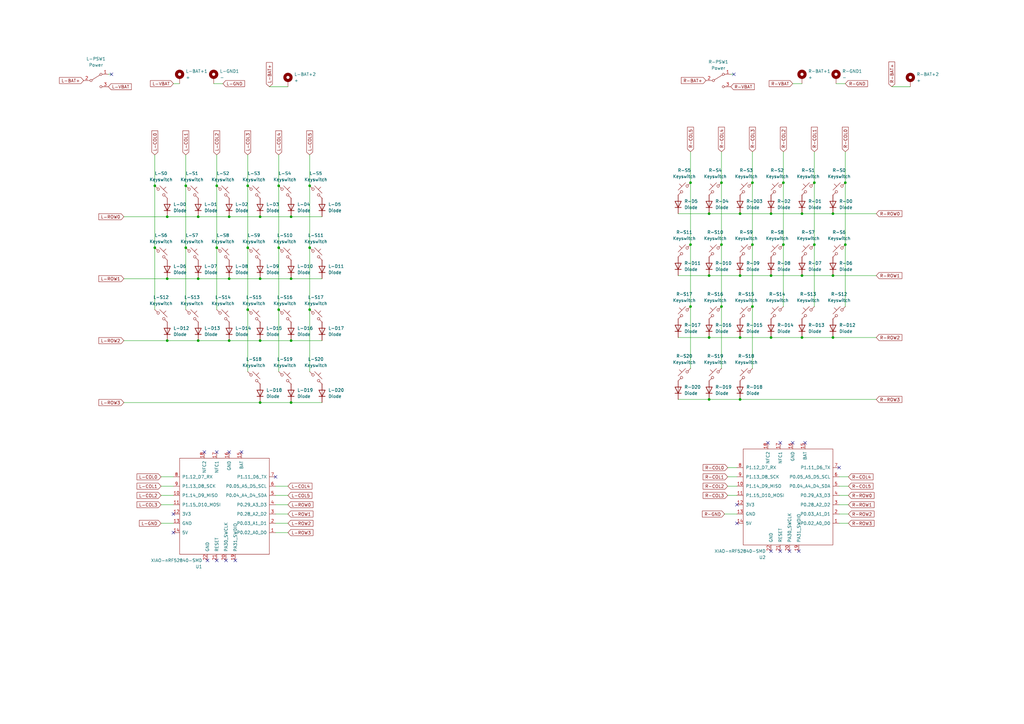
<source format=kicad_sch>
(kicad_sch (version 20250114) (generator "eeschema") (generator_version "9.0")
  (paper "A3")
  (junction (at 308.61 100.33))
  (junction (at 346.71 100.33))
  (junction (at 88.9 101.6))
  (junction (at 308.61 74.93))
  (junction (at 88.9 76.2))
  (junction (at 127 127))
  (junction (at 328.93 113.03))
  (junction (at 106.68 114.3))
  (junction (at 283.21 100.33))
  (junction (at 68.58 88.9))
  (junction (at 334.01 100.33))
  (junction (at 127 101.6))
  (junction (at 68.58 139.7))
  (junction (at 81.28 139.7))
  (junction (at 308.61 125.73))
  (junction (at 321.31 74.93))
  (junction (at 106.68 88.9))
  (junction (at 303.53 138.43))
  (junction (at 63.5 76.2))
  (junction (at 295.91 100.33))
  (junction (at 283.21 125.73))
  (junction (at 93.98 88.9))
  (junction (at 341.63 138.43))
  (junction (at 290.83 113.03))
  (junction (at 93.98 139.7))
  (junction (at 127 76.2))
  (junction (at 295.91 74.93))
  (junction (at 119.38 165.1))
  (junction (at 114.3 127))
  (junction (at 81.28 88.9))
  (junction (at 290.83 138.43))
  (junction (at 321.31 100.33))
  (junction (at 290.83 87.63))
  (junction (at 316.23 87.63))
  (junction (at 106.68 139.7))
  (junction (at 290.83 163.83))
  (junction (at 119.38 139.7))
  (junction (at 68.58 114.3))
  (junction (at 334.01 74.93))
  (junction (at 303.53 163.83))
  (junction (at 346.71 74.93))
  (junction (at 76.2 101.6))
  (junction (at 114.3 101.6))
  (junction (at 303.53 113.03))
  (junction (at 119.38 114.3))
  (junction (at 101.6 101.6))
  (junction (at 316.23 138.43))
  (junction (at 93.98 114.3))
  (junction (at 341.63 87.63))
  (junction (at 283.21 74.93))
  (junction (at 81.28 114.3))
  (junction (at 328.93 87.63))
  (junction (at 328.93 138.43))
  (junction (at 63.5 101.6))
  (junction (at 106.68 165.1))
  (junction (at 101.6 76.2))
  (junction (at 119.38 88.9))
  (junction (at 114.3 76.2))
  (junction (at 341.63 113.03))
  (junction (at 295.91 125.73))
  (junction (at 316.23 113.03))
  (junction (at 101.6 127))
  (junction (at 303.53 87.63))
  (junction (at 76.2 76.2))
  (no_connect (at 88.9 229.87))
  (no_connect (at 71.12 210.82))
  (no_connect (at 96.52 229.87))
  (no_connect (at 92.71 229.87))
  (no_connect (at 99.06 185.42))
  (no_connect (at 88.9 185.42))
  (no_connect (at 316.23 226.06))
  (no_connect (at 113.03 195.58))
  (no_connect (at 320.04 226.06))
  (no_connect (at 302.26 207.01))
  (no_connect (at 344.17 191.77))
  (no_connect (at 330.2 181.61))
  (no_connect (at 314.96 181.61))
  (no_connect (at 323.85 226.06))
  (no_connect (at 71.12 218.44))
  (no_connect (at 83.82 185.42))
  (no_connect (at 300.99 30.48))
  (no_connect (at 327.66 226.06))
  (no_connect (at 45.72 30.48))
  (no_connect (at 93.98 185.42))
  (no_connect (at 85.09 229.87))
  (no_connect (at 302.26 214.63))
  (no_connect (at 320.04 181.61))
  (no_connect (at 325.12 181.61))
  (wire (pts (xy 76.2 76.2) (xy 76.2 101.6)))
  (wire (pts (xy 359.41 163.83) (xy 303.53 163.83)))
  (wire (pts (xy 290.83 113.03) (xy 278.13 113.03)))
  (wire (pts (xy 290.83 138.43) (xy 278.13 138.43)))
  (wire (pts (xy 50.8 88.9) (xy 68.58 88.9)))
  (wire (pts (xy 63.5 76.2) (xy 63.5 101.6)))
  (wire (pts (xy 106.68 165.1) (xy 119.38 165.1)))
  (wire (pts (xy 365.76 35.56) (xy 373.38 35.56)))
  (wire (pts (xy 321.31 74.93) (xy 321.31 100.33)))
  (wire (pts (xy 341.63 138.43) (xy 328.93 138.43)))
  (wire (pts (xy 106.68 114.3) (xy 119.38 114.3)))
  (wire (pts (xy 91.44 34.29) (xy 87.63 34.29)))
  (wire (pts (xy 88.9 101.6) (xy 88.9 127)))
  (wire (pts (xy 295.91 74.93) (xy 295.91 100.33)))
  (wire (pts (xy 118.11 214.63) (xy 113.03 214.63)))
  (wire (pts (xy 298.45 195.58) (xy 302.26 195.58)))
  (wire (pts (xy 308.61 74.93) (xy 308.61 100.33)))
  (wire (pts (xy 283.21 74.93) (xy 283.21 100.33)))
  (wire (pts (xy 316.23 138.43) (xy 303.53 138.43)))
  (wire (pts (xy 283.21 100.33) (xy 283.21 125.73)))
  (wire (pts (xy 68.58 114.3) (xy 81.28 114.3)))
  (wire (pts (xy 303.53 163.83) (xy 290.83 163.83)))
  (wire (pts (xy 303.53 87.63) (xy 290.83 87.63)))
  (wire (pts (xy 45.72 30.48) (xy 44.45 30.48)))
  (wire (pts (xy 295.91 62.23) (xy 295.91 74.93)))
  (wire (pts (xy 290.83 163.83) (xy 278.13 163.83)))
  (wire (pts (xy 118.11 207.01) (xy 113.03 207.01)))
  (wire (pts (xy 298.45 191.77) (xy 302.26 191.77)))
  (wire (pts (xy 127 127) (xy 127 152.4)))
  (wire (pts (xy 347.98 195.58) (xy 344.17 195.58)))
  (wire (pts (xy 308.61 100.33) (xy 308.61 125.73)))
  (wire (pts (xy 50.8 139.7) (xy 68.58 139.7)))
  (wire (pts (xy 346.71 100.33) (xy 346.71 125.73)))
  (wire (pts (xy 346.71 62.23) (xy 346.71 74.93)))
  (wire (pts (xy 66.04 195.58) (xy 71.12 195.58)))
  (wire (pts (xy 298.45 199.39) (xy 302.26 199.39)))
  (wire (pts (xy 295.91 125.73) (xy 295.91 151.13)))
  (wire (pts (xy 114.3 76.2) (xy 114.3 101.6)))
  (wire (pts (xy 308.61 125.73) (xy 308.61 151.13)))
  (wire (pts (xy 341.63 87.63) (xy 328.93 87.63)))
  (wire (pts (xy 347.98 199.39) (xy 344.17 199.39)))
  (wire (pts (xy 119.38 114.3) (xy 132.08 114.3)))
  (wire (pts (xy 106.68 139.7) (xy 119.38 139.7)))
  (wire (pts (xy 127 76.2) (xy 127 101.6)))
  (wire (pts (xy 359.41 87.63) (xy 341.63 87.63)))
  (wire (pts (xy 50.8 165.1) (xy 106.68 165.1)))
  (wire (pts (xy 93.98 139.7) (xy 106.68 139.7)))
  (wire (pts (xy 328.93 138.43) (xy 316.23 138.43)))
  (wire (pts (xy 347.98 214.63) (xy 344.17 214.63)))
  (wire (pts (xy 114.3 63.5) (xy 114.3 76.2)))
  (wire (pts (xy 63.5 63.5) (xy 63.5 76.2)))
  (wire (pts (xy 334.01 62.23) (xy 334.01 74.93)))
  (wire (pts (xy 334.01 100.33) (xy 334.01 125.73)))
  (wire (pts (xy 66.04 199.39) (xy 71.12 199.39)))
  (wire (pts (xy 316.23 113.03) (xy 303.53 113.03)))
  (wire (pts (xy 283.21 62.23) (xy 283.21 74.93)))
  (wire (pts (xy 346.71 34.29) (xy 342.9 34.29)))
  (wire (pts (xy 110.49 35.56) (xy 118.11 35.56)))
  (wire (pts (xy 118.11 203.2) (xy 113.03 203.2)))
  (wire (pts (xy 359.41 138.43) (xy 341.63 138.43)))
  (wire (pts (xy 325.12 34.29) (xy 328.93 34.29)))
  (wire (pts (xy 101.6 63.5) (xy 101.6 76.2)))
  (wire (pts (xy 328.93 87.63) (xy 316.23 87.63)))
  (wire (pts (xy 106.68 88.9) (xy 119.38 88.9)))
  (wire (pts (xy 66.04 207.01) (xy 71.12 207.01)))
  (wire (pts (xy 50.8 114.3) (xy 68.58 114.3)))
  (wire (pts (xy 346.71 74.93) (xy 346.71 100.33)))
  (wire (pts (xy 93.98 114.3) (xy 106.68 114.3)))
  (wire (pts (xy 347.98 203.2) (xy 344.17 203.2)))
  (wire (pts (xy 66.04 214.63) (xy 71.12 214.63)))
  (wire (pts (xy 295.91 100.33) (xy 295.91 125.73)))
  (wire (pts (xy 334.01 74.93) (xy 334.01 100.33)))
  (wire (pts (xy 81.28 88.9) (xy 93.98 88.9)))
  (wire (pts (xy 71.12 34.29) (xy 73.66 34.29)))
  (wire (pts (xy 66.04 203.2) (xy 71.12 203.2)))
  (wire (pts (xy 88.9 63.5) (xy 88.9 76.2)))
  (wire (pts (xy 321.31 100.33) (xy 321.31 125.73)))
  (wire (pts (xy 347.98 207.01) (xy 344.17 207.01)))
  (wire (pts (xy 300.99 30.48) (xy 299.72 30.48)))
  (wire (pts (xy 290.83 87.63) (xy 278.13 87.63)))
  (wire (pts (xy 101.6 76.2) (xy 101.6 101.6)))
  (wire (pts (xy 114.3 127) (xy 114.3 152.4)))
  (wire (pts (xy 127 63.5) (xy 127 76.2)))
  (wire (pts (xy 119.38 88.9) (xy 132.08 88.9)))
  (wire (pts (xy 88.9 76.2) (xy 88.9 101.6)))
  (wire (pts (xy 127 101.6) (xy 127 127)))
  (wire (pts (xy 308.61 62.23) (xy 308.61 74.93)))
  (wire (pts (xy 81.28 114.3) (xy 93.98 114.3)))
  (wire (pts (xy 321.31 62.23) (xy 321.31 74.93)))
  (wire (pts (xy 63.5 101.6) (xy 63.5 127)))
  (wire (pts (xy 118.11 199.39) (xy 113.03 199.39)))
  (wire (pts (xy 297.18 210.82) (xy 302.26 210.82)))
  (wire (pts (xy 328.93 113.03) (xy 316.23 113.03)))
  (wire (pts (xy 341.63 113.03) (xy 328.93 113.03)))
  (wire (pts (xy 119.38 139.7) (xy 132.08 139.7)))
  (wire (pts (xy 114.3 101.6) (xy 114.3 127)))
  (wire (pts (xy 118.11 210.82) (xy 113.03 210.82)))
  (wire (pts (xy 303.53 138.43) (xy 290.83 138.43)))
  (wire (pts (xy 101.6 127) (xy 101.6 152.4)))
  (wire (pts (xy 76.2 63.5) (xy 76.2 76.2)))
  (wire (pts (xy 298.45 203.2) (xy 302.26 203.2)))
  (wire (pts (xy 101.6 101.6) (xy 101.6 127)))
  (wire (pts (xy 316.23 87.63) (xy 303.53 87.63)))
  (wire (pts (xy 68.58 139.7) (xy 81.28 139.7)))
  (wire (pts (xy 347.98 210.82) (xy 344.17 210.82)))
  (wire (pts (xy 93.98 88.9) (xy 106.68 88.9)))
  (wire (pts (xy 119.38 165.1) (xy 132.08 165.1)))
  (wire (pts (xy 76.2 101.6) (xy 76.2 127)))
  (wire (pts (xy 81.28 139.7) (xy 93.98 139.7)))
  (wire (pts (xy 359.41 113.03) (xy 341.63 113.03)))
  (wire (pts (xy 118.11 218.44) (xy 113.03 218.44)))
  (wire (pts (xy 68.58 88.9) (xy 81.28 88.9)))
  (wire (pts (xy 303.53 113.03) (xy 290.83 113.03)))
  (wire (pts (xy 283.21 125.73) (xy 283.21 151.13)))
  (global_label "L-ROW0" (shape input) (at 118.11 207.01 0) (property "Intersheetrefs" "${INTERSHEET_REFS}" (effects (hide yes))))
  (global_label "L-ROW0" (shape input) (at 50.8 88.9 180) (property "Intersheetrefs" "${INTERSHEET_REFS}" (effects (hide yes))))
  (global_label "R-ROW3" (shape input) (at 359.41 163.83 0) (property "Intersheetrefs" "${INTERSHEET_REFS}" (effects (hide yes))))
  (global_label "R-COL2" (shape input) (at 298.45 199.39 180) (property "Intersheetrefs" "${INTERSHEET_REFS}" (effects (hide yes))))
  (global_label "L-ROW2" (shape input) (at 118.11 214.63 0) (property "Intersheetrefs" "${INTERSHEET_REFS}" (effects (hide yes))))
  (global_label "R-GND" (shape input) (at 346.71 34.29 0) (property "Intersheetrefs" "${INTERSHEET_REFS}" (effects (hide yes))))
  (global_label "R-ROW1" (shape input) (at 359.41 113.03 0) (property "Intersheetrefs" "${INTERSHEET_REFS}" (effects (hide yes))))
  (global_label "R-COL5" (shape input) (at 283.21 62.23 90) (property "Intersheetrefs" "${INTERSHEET_REFS}" (effects (hide yes))))
  (global_label "L-GND" (shape input) (at 91.44 34.29 0) (property "Intersheetrefs" "${INTERSHEET_REFS}" (effects (hide yes))))
  (global_label "L-COL0" (shape input) (at 63.5 63.5 90) (property "Intersheetrefs" "${INTERSHEET_REFS}" (effects (hide yes))))
  (global_label "L-COL5" (shape input) (at 127 63.5 90) (property "Intersheetrefs" "${INTERSHEET_REFS}" (effects (hide yes))))
  (global_label "R-VBAT" (shape input) (at 325.12 34.29 180) (property "Intersheetrefs" "${INTERSHEET_REFS}" (effects (hide yes))))
  (global_label "R-VBAT" (shape input) (at 299.72 35.56 0) (property "Intersheetrefs" "${INTERSHEET_REFS}" (effects (hide yes))))
  (global_label "L-COL2" (shape input) (at 88.9 63.5 90) (property "Intersheetrefs" "${INTERSHEET_REFS}" (effects (hide yes))))
  (global_label "R-ROW0" (shape input) (at 347.98 203.2 0) (property "Intersheetrefs" "${INTERSHEET_REFS}" (effects (hide yes))))
  (global_label "L-ROW3" (shape input) (at 118.11 218.44 0) (property "Intersheetrefs" "${INTERSHEET_REFS}" (effects (hide yes))))
  (global_label "R-COL2" (shape input) (at 321.31 62.23 90) (property "Intersheetrefs" "${INTERSHEET_REFS}" (effects (hide yes))))
  (global_label "L-COL2" (shape input) (at 66.04 203.2 180) (property "Intersheetrefs" "${INTERSHEET_REFS}" (effects (hide yes))))
  (global_label "L-BAT+" (shape input) (at 110.49 35.56 90) (property "Intersheetrefs" "${INTERSHEET_REFS}" (effects (hide yes))))
  (global_label "R-COL3" (shape input) (at 298.45 203.2 180) (property "Intersheetrefs" "${INTERSHEET_REFS}" (effects (hide yes))))
  (global_label "L-GND" (shape input) (at 66.04 214.63 180) (property "Intersheetrefs" "${INTERSHEET_REFS}" (effects (hide yes))))
  (global_label "L-COL1" (shape input) (at 76.2 63.5 90) (property "Intersheetrefs" "${INTERSHEET_REFS}" (effects (hide yes))))
  (global_label "L-ROW1" (shape input) (at 118.11 210.82 0) (property "Intersheetrefs" "${INTERSHEET_REFS}" (effects (hide yes))))
  (global_label "L-COL5" (shape input) (at 118.11 203.2 0) (property "Intersheetrefs" "${INTERSHEET_REFS}" (effects (hide yes))))
  (global_label "R-COL0" (shape input) (at 298.45 191.77 180) (property "Intersheetrefs" "${INTERSHEET_REFS}" (effects (hide yes))))
  (global_label "L-COL0" (shape input) (at 66.04 195.58 180) (property "Intersheetrefs" "${INTERSHEET_REFS}" (effects (hide yes))))
  (global_label "R-COL3" (shape input) (at 308.61 62.23 90) (property "Intersheetrefs" "${INTERSHEET_REFS}" (effects (hide yes))))
  (global_label "L-COL4" (shape input) (at 114.3 63.5 90) (property "Intersheetrefs" "${INTERSHEET_REFS}" (effects (hide yes))))
  (global_label "L-COL3" (shape input) (at 101.6 63.5 90) (property "Intersheetrefs" "${INTERSHEET_REFS}" (effects (hide yes))))
  (global_label "R-ROW0" (shape input) (at 359.41 87.63 0) (property "Intersheetrefs" "${INTERSHEET_REFS}" (effects (hide yes))))
  (global_label "R-COL1" (shape input) (at 334.01 62.23 90) (property "Intersheetrefs" "${INTERSHEET_REFS}" (effects (hide yes))))
  (global_label "R-ROW2" (shape input) (at 347.98 210.82 0) (property "Intersheetrefs" "${INTERSHEET_REFS}" (effects (hide yes))))
  (global_label "R-BAT+" (shape input) (at 289.56 33.02 180) (property "Intersheetrefs" "${INTERSHEET_REFS}" (effects (hide yes))))
  (global_label "L-ROW1" (shape input) (at 50.8 114.3 180) (property "Intersheetrefs" "${INTERSHEET_REFS}" (effects (hide yes))))
  (global_label "R-COL5" (shape input) (at 347.98 199.39 0) (property "Intersheetrefs" "${INTERSHEET_REFS}" (effects (hide yes))))
  (global_label "R-GND" (shape input) (at 297.18 210.82 180) (property "Intersheetrefs" "${INTERSHEET_REFS}" (effects (hide yes))))
  (global_label "L-VBAT" (shape input) (at 71.12 34.29 180) (property "Intersheetrefs" "${INTERSHEET_REFS}" (effects (hide yes))))
  (global_label "R-COL1" (shape input) (at 298.45 195.58 180) (property "Intersheetrefs" "${INTERSHEET_REFS}" (effects (hide yes))))
  (global_label "L-COL4" (shape input) (at 118.11 199.39 0) (property "Intersheetrefs" "${INTERSHEET_REFS}" (effects (hide yes))))
  (global_label "R-ROW2" (shape input) (at 359.41 138.43 0) (property "Intersheetrefs" "${INTERSHEET_REFS}" (effects (hide yes))))
  (global_label "L-ROW2" (shape input) (at 50.8 139.7 180) (property "Intersheetrefs" "${INTERSHEET_REFS}" (effects (hide yes))))
  (global_label "R-BAT+" (shape input) (at 365.76 35.56 90) (property "Intersheetrefs" "${INTERSHEET_REFS}" (effects (hide yes))))
  (global_label "L-COL3" (shape input) (at 66.04 207.01 180) (property "Intersheetrefs" "${INTERSHEET_REFS}" (effects (hide yes))))
  (global_label "R-ROW3" (shape input) (at 347.98 214.63 0) (property "Intersheetrefs" "${INTERSHEET_REFS}" (effects (hide yes))))
  (global_label "L-COL1" (shape input) (at 66.04 199.39 180) (property "Intersheetrefs" "${INTERSHEET_REFS}" (effects (hide yes))))
  (global_label "R-COL4" (shape input) (at 347.98 195.58 0) (property "Intersheetrefs" "${INTERSHEET_REFS}" (effects (hide yes))))
  (global_label "L-ROW3" (shape input) (at 50.8 165.1 180) (property "Intersheetrefs" "${INTERSHEET_REFS}" (effects (hide yes))))
  (global_label "L-BAT+" (shape input) (at 34.29 33.02 180) (property "Intersheetrefs" "${INTERSHEET_REFS}" (effects (hide yes))))
  (global_label "R-COL4" (shape input) (at 295.91 62.23 90) (property "Intersheetrefs" "${INTERSHEET_REFS}" (effects (hide yes))))
  (global_label "L-VBAT" (shape input) (at 44.45 35.56 0) (property "Intersheetrefs" "${INTERSHEET_REFS}" (effects (hide yes))))
  (global_label "R-ROW1" (shape input) (at 347.98 207.01 0) (property "Intersheetrefs" "${INTERSHEET_REFS}" (effects (hide yes))))
  (global_label "R-COL0" (shape input) (at 346.71 62.23 90) (property "Intersheetrefs" "${INTERSHEET_REFS}" (effects (hide yes))))
  (symbol (lib_id "NIOKR_symbols:Placeholder_Keyswitch") (at 344.17 128.27 0) (mirror y) (unit 1)
    (property "Reference" "R-S12" (at 344.17 120.65 0))
    (property "Value" "Keyswitch" (at 344.17 123.19 0))
    (property "Footprint" "NII:keyswitch_choc12" (effects (hide yes)))
    (property "Description" "Push button switch, normally open, two pins, 45° tilted" (effects (hide yes)))
  )
  (symbol (lib_id "NIOKR_symbols:Placeholder_Keyswitch") (at 129.54 129.54 0) (unit 1)
    (property "Reference" "L-S17" (at 129.54 121.92 0))
    (property "Value" "Keyswitch" (at 129.54 124.46 0))
    (property "Footprint" "NII:keyswitch_choc12" (effects (hide yes)))
    (property "Description" "Push button switch, normally open, two pins, 45° tilted" (effects (hide yes)))
  )
  (symbol (lib_id "NIOKR_symbols:Placeholder_Keyswitch") (at 91.44 78.74 0) (unit 1)
    (property "Reference" "L-S2" (at 91.44 71.12 0))
    (property "Value" "Keyswitch" (at 91.44 73.66 0))
    (property "Footprint" "NII:keyswitch_choc12" (effects (hide yes)))
    (property "Description" "Push button switch, normally open, two pins, 45° tilted" (effects (hide yes)))
  )
  (symbol (lib_id "NIOKR_symbols:Placeholder_Keyswitch") (at 280.67 102.87 0) (mirror y) (unit 1)
    (property "Reference" "R-S11" (at 280.67 95.25 0))
    (property "Value" "Keyswitch" (at 280.67 97.79 0))
    (property "Footprint" "NII:keyswitch_choc12" (effects (hide yes)))
    (property "Description" "Push button switch, normally open, two pins, 45° tilted" (effects (hide yes)))
  )
  (symbol (lib_id "NIOKR_symbols:Placeholder_Diode") (at 303.53 160.02 270) (mirror x) (unit 1)
    (property "Reference" "R-D18" (at 306.07 158.7499 90) (effects (justify left)))
    (property "Value" "Diode" (at 306.07 161.2899 90) (effects (justify left)))
    (property "Footprint" "NII:Diode_SOD123" (effects (hide yes)))
    (property "Description" "1N4148 (DO-35) or 1N4148W (SOD-123)" (effects (hide yes)))
    (property "Sim.Device" "D" (effects (hide yes)))
    (property "Sim.Pins" "1=K 2=A" (effects (hide yes)))
  )
  (symbol (lib_id "NIOKR_symbols:Placeholder_Keyswitch") (at 116.84 104.14 0) (unit 1)
    (property "Reference" "L-S10" (at 116.84 96.52 0))
    (property "Value" "Keyswitch" (at 116.84 99.06 0))
    (property "Footprint" "NII:keyswitch_choc12" (effects (hide yes)))
    (property "Description" "Push button switch, normally open, two pins, 45° tilted" (effects (hide yes)))
  )
  (symbol (lib_id "NIOKR_symbols:Placeholder_Diode") (at 341.63 109.22 270) (mirror x) (unit 1)
    (property "Reference" "R-D6" (at 344.17 107.9499 90) (effects (justify left)))
    (property "Value" "Diode" (at 344.17 110.4899 90) (effects (justify left)))
    (property "Footprint" "NII:Diode_SOD123" (effects (hide yes)))
    (property "Description" "1N4148 (DO-35) or 1N4148W (SOD-123)" (effects (hide yes)))
    (property "Sim.Device" "D" (effects (hide yes)))
    (property "Sim.Pins" "1=K 2=A" (effects (hide yes)))
  )
  (symbol (lib_id "NIOKR_symbols:Placeholder_Diode") (at 303.53 109.22 270) (mirror x) (unit 1)
    (property "Reference" "R-D9" (at 306.07 107.9499 90) (effects (justify left)))
    (property "Value" "Diode" (at 306.07 110.4899 90) (effects (justify left)))
    (property "Footprint" "NII:Diode_SOD123" (effects (hide yes)))
    (property "Description" "1N4148 (DO-35) or 1N4148W (SOD-123)" (effects (hide yes)))
    (property "Sim.Device" "D" (effects (hide yes)))
    (property "Sim.Pins" "1=K 2=A" (effects (hide yes)))
  )
  (symbol (lib_id "Switch:SW_SPDT") (at 39.37 33.02 0) (unit 1)
    (property "Reference" "L-PSW1" (at 39.37 24.13 0))
    (property "Value" "Power" (at 39.37 26.67 0))
    (property "Footprint" "NII:MSK12C02" (effects (hide yes)))
    (property "Description" "Switch, single pole double throw" (effects (hide yes)))
  )
  (symbol (lib_id "NIOKR_symbols:Placeholder_Diode") (at 290.83 109.22 270) (mirror x) (unit 1)
    (property "Reference" "R-D10" (at 293.37 107.9499 90) (effects (justify left)))
    (property "Value" "Diode" (at 293.37 110.4899 90) (effects (justify left)))
    (property "Footprint" "NII:Diode_SOD123" (effects (hide yes)))
    (property "Description" "1N4148 (DO-35) or 1N4148W (SOD-123)" (effects (hide yes)))
    (property "Sim.Device" "D" (effects (hide yes)))
    (property "Sim.Pins" "1=K 2=A" (effects (hide yes)))
  )
  (symbol (lib_id "NIOKR_symbols:Placeholder_Keyswitch") (at 104.14 129.54 0) (unit 1)
    (property "Reference" "L-S15" (at 104.14 121.92 0))
    (property "Value" "Keyswitch" (at 104.14 124.46 0))
    (property "Footprint" "NII:keyswitch_choc12" (effects (hide yes)))
    (property "Description" "Push button switch, normally open, two pins, 45° tilted" (effects (hide yes)))
  )
  (symbol (lib_id "NIOKR_symbols:Placeholder_Diode") (at 303.53 83.82 270) (mirror x) (unit 1)
    (property "Reference" "R-D03" (at 306.07 82.5499 90) (effects (justify left)))
    (property "Value" "Diode" (at 306.07 85.0899 90) (effects (justify left)))
    (property "Footprint" "NII:Diode_SOD123" (effects (hide yes)))
    (property "Description" "1N4148 (DO-35) or 1N4148W (SOD-123)" (effects (hide yes)))
    (property "Sim.Device" "D" (effects (hide yes)))
    (property "Sim.Pins" "1=K 2=A" (effects (hide yes)))
  )
  (symbol (lib_id "NIOKR_symbols:Placeholder_Diode") (at 68.58 85.09 90) (unit 1)
    (property "Reference" "L-D0" (at 71.12 83.8199 90) (effects (justify right)))
    (property "Value" "Diode" (at 71.12 86.3599 90) (effects (justify right)))
    (property "Footprint" "NII:Diode_SOD123" (effects (hide yes)))
    (property "Description" "1N4148 (DO-35) or 1N4148W (SOD-123)" (effects (hide yes)))
    (property "Sim.Device" "D" (effects (hide yes)))
    (property "Sim.Pins" "1=K 2=A" (effects (hide yes)))
  )
  (symbol (lib_id "Switch:SW_SPDT") (at 294.64 33.02 0) (unit 1)
    (property "Reference" "R-PSW1" (at 294.64 25.4 0))
    (property "Value" "Power" (at 294.64 27.94 0))
    (property "Footprint" "NII:MSK12C02" (effects (hide yes)))
    (property "Description" "Switch, single pole double throw" (effects (hide yes)))
  )
  (symbol (lib_id "NIOKR_symbols:Placeholder_Keyswitch") (at 129.54 154.94 0) (unit 1)
    (property "Reference" "L-S20" (at 129.54 147.32 0))
    (property "Value" "Keyswitch" (at 129.54 149.86 0))
    (property "Footprint" "NII:keyswitch_choc12" (effects (hide yes)))
    (property "Description" "Push button switch, normally open, two pins, 45° tilted" (effects (hide yes)))
  )
  (symbol (lib_id "NIOKR_symbols:Placeholder_Diode") (at 68.58 135.89 90) (unit 1)
    (property "Reference" "L-D12" (at 71.12 134.6199 90) (effects (justify right)))
    (property "Value" "Diode" (at 71.12 137.1599 90) (effects (justify right)))
    (property "Footprint" "NII:Diode_SOD123" (effects (hide yes)))
    (property "Description" "1N4148 (DO-35) or 1N4148W (SOD-123)" (effects (hide yes)))
    (property "Sim.Device" "D" (effects (hide yes)))
    (property "Sim.Pins" "1=K 2=A" (effects (hide yes)))
  )
  (symbol (lib_id "NIOKR_symbols:Placeholder_Diode") (at 278.13 134.62 270) (mirror x) (unit 1)
    (property "Reference" "R-D17" (at 280.67 133.3499 90) (effects (justify left)))
    (property "Value" "Diode" (at 280.67 135.8899 90) (effects (justify left)))
    (property "Footprint" "NII:Diode_SOD123" (effects (hide yes)))
    (property "Description" "1N4148 (DO-35) or 1N4148W (SOD-123)" (effects (hide yes)))
    (property "Sim.Device" "D" (effects (hide yes)))
    (property "Sim.Pins" "1=K 2=A" (effects (hide yes)))
  )
  (symbol (lib_id "NIOKR_symbols:Placeholder_Keyswitch") (at 318.77 102.87 0) (mirror y) (unit 1)
    (property "Reference" "R-S8" (at 318.77 95.25 0))
    (property "Value" "Keyswitch" (at 318.77 97.79 0))
    (property "Footprint" "NII:keyswitch_choc12" (effects (hide yes)))
    (property "Description" "Push button switch, normally open, two pins, 45° tilted" (effects (hide yes)))
  )
  (symbol (lib_id "NIOKR_symbols:Placeholder_Keyswitch") (at 344.17 77.47 0) (mirror y) (unit 1)
    (property "Reference" "R-S0" (at 344.17 69.85 0))
    (property "Value" "Keyswitch" (at 344.17 72.39 0))
    (property "Footprint" "NII:keyswitch_choc12" (effects (hide yes)))
    (property "Description" "Push button switch, normally open, two pins, 45° tilted" (effects (hide yes)))
  )
  (symbol (lib_id "NIOKR_symbols:Placeholder_Diode") (at 119.38 161.29 90) (unit 1)
    (property "Reference" "L-D19" (at 121.92 160.0199 90) (effects (justify right)))
    (property "Value" "Diode" (at 121.92 162.5599 90) (effects (justify right)))
    (property "Footprint" "NII:Diode_SOD123" (effects (hide yes)))
    (property "Description" "1N4148 (DO-35) or 1N4148W (SOD-123)" (effects (hide yes)))
    (property "Sim.Device" "D" (effects (hide yes)))
    (property "Sim.Pins" "1=K 2=A" (effects (hide yes)))
  )
  (symbol (lib_id "NIOKR_symbols:Placeholder_Keyswitch") (at 116.84 78.74 0) (unit 1)
    (property "Reference" "L-S4" (at 116.84 71.12 0))
    (property "Value" "Keyswitch" (at 116.84 73.66 0))
    (property "Footprint" "NII:keyswitch_choc12" (effects (hide yes)))
    (property "Description" "Push button switch, normally open, two pins, 45° tilted" (effects (hide yes)))
  )
  (symbol (lib_id "NIOKR_symbols:Placeholder_Diode") (at 119.38 135.89 90) (unit 1)
    (property "Reference" "L-D16" (at 121.92 134.6199 90) (effects (justify right)))
    (property "Value" "Diode" (at 121.92 137.1599 90) (effects (justify right)))
    (property "Footprint" "NII:Diode_SOD123" (effects (hide yes)))
    (property "Description" "1N4148 (DO-35) or 1N4148W (SOD-123)" (effects (hide yes)))
    (property "Sim.Device" "D" (effects (hide yes)))
    (property "Sim.Pins" "1=K 2=A" (effects (hide yes)))
  )
  (symbol (lib_id "NIOKR_symbols:Placeholder_Keyswitch") (at 280.67 77.47 0) (mirror y) (unit 1)
    (property "Reference" "R-S5" (at 280.67 69.85 0))
    (property "Value" "Keyswitch" (at 280.67 72.39 0))
    (property "Footprint" "NII:keyswitch_choc12" (effects (hide yes)))
    (property "Description" "Push button switch, normally open, two pins, 45° tilted" (effects (hide yes)))
  )
  (symbol (lib_id "NIOKR_symbols:Placeholder_Keyswitch") (at 280.67 153.67 0) (mirror y) (unit 1)
    (property "Reference" "R-S20" (at 280.67 146.05 0))
    (property "Value" "Keyswitch" (at 280.67 148.59 0))
    (property "Footprint" "NII:keyswitch_choc12" (effects (hide yes)))
    (property "Description" "Push button switch, normally open, two pins, 45° tilted" (effects (hide yes)))
  )
  (symbol (lib_id "NIOKR_symbols:Placeholder_Diode") (at 106.68 161.29 90) (unit 1)
    (property "Reference" "L-D18" (at 109.22 160.0199 90) (effects (justify right)))
    (property "Value" "Diode" (at 109.22 162.5599 90) (effects (justify right)))
    (property "Footprint" "NII:Diode_SOD123" (effects (hide yes)))
    (property "Description" "1N4148 (DO-35) or 1N4148W (SOD-123)" (effects (hide yes)))
    (property "Sim.Device" "D" (effects (hide yes)))
    (property "Sim.Pins" "1=K 2=A" (effects (hide yes)))
  )
  (symbol (lib_id "NIOKR_symbols:Placeholder_Diode") (at 119.38 110.49 90) (unit 1)
    (property "Reference" "L-D10" (at 121.92 109.2199 90) (effects (justify right)))
    (property "Value" "Diode" (at 121.92 111.7599 90) (effects (justify right)))
    (property "Footprint" "NII:Diode_SOD123" (effects (hide yes)))
    (property "Description" "1N4148 (DO-35) or 1N4148W (SOD-123)" (effects (hide yes)))
    (property "Sim.Device" "D" (effects (hide yes)))
    (property "Sim.Pins" "1=K 2=A" (effects (hide yes)))
  )
  (symbol (lib_name "MountingHole_Pad_MP_1") (lib_id "Mechanical:MountingHole_Pad_MP") (at 118.11 33.02 0) (unit 1)
    (property "Reference" "L-BAT+2" (at 120.65 30.4799 0) (effects (justify left)))
    (property "Value" "+" (at 120.65 33.0199 0) (effects (justify left)))
    (property "Footprint" "NII:BatteryPad" (effects (hide yes)))
    (property "Description" "Mounting Hole with connection as pad named MP" (effects (hide yes)))
  )
  (symbol (lib_id "NIOKR_symbols:Placeholder_Diode") (at 316.23 83.82 270) (mirror x) (unit 1)
    (property "Reference" "R-D2" (at 318.77 82.5499 90) (effects (justify left)))
    (property "Value" "Diode" (at 318.77 85.0899 90) (effects (justify left)))
    (property "Footprint" "NII:Diode_SOD123" (effects (hide yes)))
    (property "Description" "1N4148 (DO-35) or 1N4148W (SOD-123)" (effects (hide yes)))
    (property "Sim.Device" "D" (effects (hide yes)))
    (property "Sim.Pins" "1=K 2=A" (effects (hide yes)))
  )
  (symbol (lib_id "NIOKR_symbols:Placeholder_Keyswitch") (at 116.84 129.54 0) (unit 1)
    (property "Reference" "L-S16" (at 116.84 121.92 0))
    (property "Value" "Keyswitch" (at 116.84 124.46 0))
    (property "Footprint" "NII:keyswitch_choc12" (effects (hide yes)))
    (property "Description" "Push button switch, normally open, two pins, 45° tilted" (effects (hide yes)))
  )
  (symbol (lib_id "NIOKR_symbols:Placeholder_Diode") (at 316.23 109.22 270) (mirror x) (unit 1)
    (property "Reference" "R-D8" (at 318.77 107.9499 90) (effects (justify left)))
    (property "Value" "Diode" (at 318.77 110.4899 90) (effects (justify left)))
    (property "Footprint" "NII:Diode_SOD123" (effects (hide yes)))
    (property "Description" "1N4148 (DO-35) or 1N4148W (SOD-123)" (effects (hide yes)))
    (property "Sim.Device" "D" (effects (hide yes)))
    (property "Sim.Pins" "1=K 2=A" (effects (hide yes)))
  )
  (symbol (lib_id "Mechanical:MountingHole_Pad_MP") (at 87.63 31.75 0) (unit 1)
    (property "Reference" "L-GND1" (at 90.17 29.2099 0) (effects (justify left)))
    (property "Value" "-" (at 90.17 31.7499 0) (effects (justify left)))
    (property "Footprint" "NII:BatteryPad" (effects (hide yes)))
    (property "Description" "Mounting Hole with connection as pad named MP" (effects (hide yes)))
  )
  (symbol (lib_id "NIOKR_symbols:Placeholder_Diode") (at 290.83 83.82 270) (mirror x) (unit 1)
    (property "Reference" "R-D4" (at 293.37 82.5499 90) (effects (justify left)))
    (property "Value" "Diode" (at 293.37 85.0899 90) (effects (justify left)))
    (property "Footprint" "NII:Diode_SOD123" (effects (hide yes)))
    (property "Description" "1N4148 (DO-35) or 1N4148W (SOD-123)" (effects (hide yes)))
    (property "Sim.Device" "D" (effects (hide yes)))
    (property "Sim.Pins" "1=K 2=A" (effects (hide yes)))
  )
  (symbol (lib_id "NIOKR_symbols:Placeholder_Keyswitch") (at 104.14 104.14 0) (unit 1)
    (property "Reference" "L-S9" (at 104.14 96.52 0))
    (property "Value" "Keyswitch" (at 104.14 99.06 0))
    (property "Footprint" "NII:keyswitch_choc12" (effects (hide yes)))
    (property "Description" "Push button switch, normally open, two pins, 45° tilted" (effects (hide yes)))
  )
  (symbol (lib_id "NIOKR_symbols:Placeholder_Diode") (at 68.58 110.49 90) (unit 1)
    (property "Reference" "L-D6" (at 71.12 109.2199 90) (effects (justify right)))
    (property "Value" "Diode" (at 71.12 111.7599 90) (effects (justify right)))
    (property "Footprint" "NII:Diode_SOD123" (effects (hide yes)))
    (property "Description" "1N4148 (DO-35) or 1N4148W (SOD-123)" (effects (hide yes)))
    (property "Sim.Device" "D" (effects (hide yes)))
    (property "Sim.Pins" "1=K 2=A" (effects (hide yes)))
  )
  (symbol (lib_name "MountingHole_Pad_MP_1") (lib_id "Mechanical:MountingHole_Pad_MP") (at 73.66 31.75 0) (unit 1)
    (property "Reference" "L-BAT+1" (at 76.2 29.2099 0) (effects (justify left)))
    (property "Value" "+" (at 76.2 31.7499 0) (effects (justify left)))
    (property "Footprint" "NII:BatteryPad" (effects (hide yes)))
    (property "Description" "Mounting Hole with connection as pad named MP" (effects (hide yes)))
  )
  (symbol (lib_id "NIOKR_symbols:Placeholder_Diode") (at 93.98 85.09 90) (unit 1)
    (property "Reference" "L-D2" (at 96.52 83.8199 90) (effects (justify right)))
    (property "Value" "Diode" (at 96.52 86.3599 90) (effects (justify right)))
    (property "Footprint" "NII:Diode_SOD123" (effects (hide yes)))
    (property "Description" "1N4148 (DO-35) or 1N4148W (SOD-123)" (effects (hide yes)))
    (property "Sim.Device" "D" (effects (hide yes)))
    (property "Sim.Pins" "1=K 2=A" (effects (hide yes)))
  )
  (symbol (lib_id "NIOKR_symbols:Placeholder_Diode") (at 132.08 161.29 90) (unit 1)
    (property "Reference" "L-D20" (at 134.62 160.0199 90) (effects (justify right)))
    (property "Value" "Diode" (at 134.62 162.5599 90) (effects (justify right)))
    (property "Footprint" "NII:Diode_SOD123" (effects (hide yes)))
    (property "Description" "1N4148 (DO-35) or 1N4148W (SOD-123)" (effects (hide yes)))
    (property "Sim.Device" "D" (effects (hide yes)))
    (property "Sim.Pins" "1=K 2=A" (effects (hide yes)))
  )
  (symbol (lib_id "NIOKR_symbols:Placeholder_Keyswitch") (at 306.07 77.47 0) (mirror y) (unit 1)
    (property "Reference" "R-S3" (at 306.07 69.85 0))
    (property "Value" "Keyswitch" (at 306.07 72.39 0))
    (property "Footprint" "NII:keyswitch_choc12" (effects (hide yes)))
    (property "Description" "Push button switch, normally open, two pins, 45° tilted" (effects (hide yes)))
  )
  (symbol (lib_id "NIOKR_symbols:Placeholder_Diode") (at 106.68 135.89 90) (unit 1)
    (property "Reference" "L-D15" (at 109.22 134.6199 90) (effects (justify right)))
    (property "Value" "Diode" (at 109.22 137.1599 90) (effects (justify right)))
    (property "Footprint" "NII:Diode_SOD123" (effects (hide yes)))
    (property "Description" "1N4148 (DO-35) or 1N4148W (SOD-123)" (effects (hide yes)))
    (property "Sim.Device" "D" (effects (hide yes)))
    (property "Sim.Pins" "1=K 2=A" (effects (hide yes)))
  )
  (symbol (lib_id "NIOKR_symbols:Placeholder_Keyswitch") (at 293.37 77.47 0) (mirror y) (unit 1)
    (property "Reference" "R-S4" (at 293.37 69.85 0))
    (property "Value" "Keyswitch" (at 293.37 72.39 0))
    (property "Footprint" "NII:keyswitch_choc12" (effects (hide yes)))
    (property "Description" "Push button switch, normally open, two pins, 45° tilted" (effects (hide yes)))
  )
  (symbol (lib_id "NIOKR_symbols:Placeholder_Keyswitch") (at 344.17 102.87 0) (mirror y) (unit 1)
    (property "Reference" "R-S6" (at 344.17 95.25 0))
    (property "Value" "Keyswitch" (at 344.17 97.79 0))
    (property "Footprint" "NII:keyswitch_choc12" (effects (hide yes)))
    (property "Description" "Push button switch, normally open, two pins, 45° tilted" (effects (hide yes)))
  )
  (symbol (lib_id "NIOKR_symbols:Placeholder_Keyswitch") (at 318.77 77.47 0) (mirror y) (unit 1)
    (property "Reference" "R-S2" (at 318.77 69.85 0))
    (property "Value" "Keyswitch" (at 318.77 72.39 0))
    (property "Footprint" "NII:keyswitch_choc12" (effects (hide yes)))
    (property "Description" "Push button switch, normally open, two pins, 45° tilted" (effects (hide yes)))
  )
  (symbol (lib_id "NIOKR_symbols:Placeholder_Keyswitch") (at 293.37 102.87 0) (mirror y) (unit 1)
    (property "Reference" "R-S10" (at 293.37 95.25 0))
    (property "Value" "Keyswitch" (at 293.37 97.79 0))
    (property "Footprint" "NII:keyswitch_choc12" (effects (hide yes)))
    (property "Description" "Push button switch, normally open, two pins, 45° tilted" (effects (hide yes)))
  )
  (symbol (lib_id "NIOKR_symbols:Placeholder_Diode") (at 106.68 85.09 90) (unit 1)
    (property "Reference" "L-D3" (at 109.22 83.8199 90) (effects (justify right)))
    (property "Value" "Diode" (at 109.22 86.3599 90) (effects (justify right)))
    (property "Footprint" "NII:Diode_SOD123" (effects (hide yes)))
    (property "Description" "1N4148 (DO-35) or 1N4148W (SOD-123)" (effects (hide yes)))
    (property "Sim.Device" "D" (effects (hide yes)))
    (property "Sim.Pins" "1=K 2=A" (effects (hide yes)))
  )
  (symbol (lib_id "NIOKR_symbols:Placeholder_Diode") (at 278.13 109.22 270) (mirror x) (unit 1)
    (property "Reference" "R-D11" (at 280.67 107.9499 90) (effects (justify left)))
    (property "Value" "Diode" (at 280.67 110.4899 90) (effects (justify left)))
    (property "Footprint" "NII:Diode_SOD123" (effects (hide yes)))
    (property "Description" "1N4148 (DO-35) or 1N4148W (SOD-123)" (effects (hide yes)))
    (property "Sim.Device" "D" (effects (hide yes)))
    (property "Sim.Pins" "1=K 2=A" (effects (hide yes)))
  )
  (symbol (lib_id "NIOKR_symbols:Placeholder_Keyswitch") (at 91.44 104.14 0) (unit 1)
    (property "Reference" "L-S8" (at 91.44 96.52 0))
    (property "Value" "Keyswitch" (at 91.44 99.06 0))
    (property "Footprint" "NII:keyswitch_choc12" (effects (hide yes)))
    (property "Description" "Push button switch, normally open, two pins, 45° tilted" (effects (hide yes)))
  )
  (symbol (lib_id "NIOKR_symbols:Placeholder_Diode") (at 81.28 135.89 90) (unit 1)
    (property "Reference" "L-D13" (at 83.82 134.6199 90) (effects (justify right)))
    (property "Value" "Diode" (at 83.82 137.1599 90) (effects (justify right)))
    (property "Footprint" "NII:Diode_SOD123" (effects (hide yes)))
    (property "Description" "1N4148 (DO-35) or 1N4148W (SOD-123)" (effects (hide yes)))
    (property "Sim.Device" "D" (effects (hide yes)))
    (property "Sim.Pins" "1=K 2=A" (effects (hide yes)))
  )
  (symbol (lib_name "MountingHole_Pad_MP_1") (lib_id "Mechanical:MountingHole_Pad_MP") (at 328.93 31.75 0) (unit 1)
    (property "Reference" "R-BAT+1" (at 331.47 29.2099 0) (effects (justify left)))
    (property "Value" "+" (at 331.47 31.7499 0) (effects (justify left)))
    (property "Footprint" "NII:BatteryPad" (effects (hide yes)))
    (property "Description" "Mounting Hole with connection as pad named MP" (effects (hide yes)))
  )
  (symbol (lib_id "NIOKR_symbols:Placeholder_Keyswitch") (at 293.37 153.67 0) (mirror y) (unit 1)
    (property "Reference" "R-S19" (at 293.37 146.05 0))
    (property "Value" "Keyswitch" (at 293.37 148.59 0))
    (property "Footprint" "NII:keyswitch_choc12" (effects (hide yes)))
    (property "Description" "Push button switch, normally open, two pins, 45° tilted" (effects (hide yes)))
  )
  (symbol (lib_id "NIOKR_symbols:Placeholder_Keyswitch") (at 78.74 129.54 0) (unit 1)
    (property "Reference" "L-S13" (at 78.74 121.92 0))
    (property "Value" "Keyswitch" (at 78.74 124.46 0))
    (property "Footprint" "NII:keyswitch_choc12" (effects (hide yes)))
    (property "Description" "Push button switch, normally open, two pins, 45° tilted" (effects (hide yes)))
  )
  (symbol (lib_id "NIOKR_symbols:Placeholder_Keyswitch") (at 78.74 78.74 0) (unit 1)
    (property "Reference" "L-S1" (at 78.74 71.12 0))
    (property "Value" "Keyswitch" (at 78.74 73.66 0))
    (property "Footprint" "NII:keyswitch_choc12" (effects (hide yes)))
    (property "Description" "Push button switch, normally open, two pins, 45° tilted" (effects (hide yes)))
  )
  (symbol (lib_id "NIOKR_symbols:Placeholder_Diode") (at 290.83 134.62 270) (mirror x) (unit 1)
    (property "Reference" "R-D16" (at 293.37 133.3499 90) (effects (justify left)))
    (property "Value" "Diode" (at 293.37 135.8899 90) (effects (justify left)))
    (property "Footprint" "NII:Diode_SOD123" (effects (hide yes)))
    (property "Description" "1N4148 (DO-35) or 1N4148W (SOD-123)" (effects (hide yes)))
    (property "Sim.Device" "D" (effects (hide yes)))
    (property "Sim.Pins" "1=K 2=A" (effects (hide yes)))
  )
  (symbol (lib_id "NIOKR_symbols:Placeholder_Diode") (at 328.93 134.62 270) (mirror x) (unit 1)
    (property "Reference" "R-D13" (at 331.47 133.3499 90) (effects (justify left)))
    (property "Value" "Diode" (at 331.47 135.8899 90) (effects (justify left)))
    (property "Footprint" "NII:Diode_SOD123" (effects (hide yes)))
    (property "Description" "1N4148 (DO-35) or 1N4148W (SOD-123)" (effects (hide yes)))
    (property "Sim.Device" "D" (effects (hide yes)))
    (property "Sim.Pins" "1=K 2=A" (effects (hide yes)))
  )
  (symbol (lib_id "NIOKR_symbols:Placeholder_Keyswitch") (at 280.67 128.27 0) (mirror y) (unit 1)
    (property "Reference" "R-S17" (at 280.67 120.65 0))
    (property "Value" "Keyswitch" (at 280.67 123.19 0))
    (property "Footprint" "NII:keyswitch_choc12" (effects (hide yes)))
    (property "Description" "Push button switch, normally open, two pins, 45° tilted" (effects (hide yes)))
  )
  (symbol (lib_id "NIOKR_symbols:Placeholder_Diode") (at 93.98 110.49 90) (unit 1)
    (property "Reference" "L-D8" (at 96.52 109.2199 90) (effects (justify right)))
    (property "Value" "Diode" (at 96.52 111.7599 90) (effects (justify right)))
    (property "Footprint" "NII:Diode_SOD123" (effects (hide yes)))
    (property "Description" "1N4148 (DO-35) or 1N4148W (SOD-123)" (effects (hide yes)))
    (property "Sim.Device" "D" (effects (hide yes)))
    (property "Sim.Pins" "1=K 2=A" (effects (hide yes)))
  )
  (symbol (lib_id "NIOKR_symbols:Placeholder_Keyswitch") (at 331.47 77.47 0) (mirror y) (unit 1)
    (property "Reference" "R-S1" (at 331.47 69.85 0))
    (property "Value" "Keyswitch" (at 331.47 72.39 0))
    (property "Footprint" "NII:keyswitch_choc12" (effects (hide yes)))
    (property "Description" "Push button switch, normally open, two pins, 45° tilted" (effects (hide yes)))
  )
  (symbol (lib_id "NIOKR_symbols:Placeholder_Diode") (at 328.93 109.22 270) (mirror x) (unit 1)
    (property "Reference" "R-D7" (at 331.47 107.9499 90) (effects (justify left)))
    (property "Value" "Diode" (at 331.47 110.4899 90) (effects (justify left)))
    (property "Footprint" "NII:Diode_SOD123" (effects (hide yes)))
    (property "Description" "1N4148 (DO-35) or 1N4148W (SOD-123)" (effects (hide yes)))
    (property "Sim.Device" "D" (effects (hide yes)))
    (property "Sim.Pins" "1=K 2=A" (effects (hide yes)))
  )
  (symbol (lib_id "NIOKR_symbols:Placeholder_Diode") (at 119.38 85.09 90) (unit 1)
    (property "Reference" "L-D4" (at 121.92 83.8199 90) (effects (justify right)))
    (property "Value" "Diode" (at 121.92 86.3599 90) (effects (justify right)))
    (property "Footprint" "NII:Diode_SOD123" (effects (hide yes)))
    (property "Description" "1N4148 (DO-35) or 1N4148W (SOD-123)" (effects (hide yes)))
    (property "Sim.Device" "D" (effects (hide yes)))
    (property "Sim.Pins" "1=K 2=A" (effects (hide yes)))
  )
  (symbol (lib_id "NIOKR_symbols:Placeholder_Keyswitch") (at 116.84 154.94 0) (unit 1)
    (property "Reference" "L-S19" (at 116.84 147.32 0))
    (property "Value" "Keyswitch" (at 116.84 149.86 0))
    (property "Footprint" "NII:keyswitch_choc12" (effects (hide yes)))
    (property "Description" "Push button switch, normally open, two pins, 45° tilted" (effects (hide yes)))
  )
  (symbol (lib_id "NIOKR_symbols:Placeholder_Keyswitch") (at 306.07 153.67 0) (mirror y) (unit 1)
    (property "Reference" "R-S18" (at 306.07 146.05 0))
    (property "Value" "Keyswitch" (at 306.07 148.59 0))
    (property "Footprint" "NII:keyswitch_choc12" (effects (hide yes)))
    (property "Description" "Push button switch, normally open, two pins, 45° tilted" (effects (hide yes)))
  )
  (symbol (lib_id "NIOKR_symbols:Placeholder_Diode") (at 341.63 134.62 270) (mirror x) (unit 1)
    (property "Reference" "R-D12" (at 344.17 133.3499 90) (effects (justify left)))
    (property "Value" "Diode" (at 344.17 135.8899 90) (effects (justify left)))
    (property "Footprint" "NII:Diode_SOD123" (effects (hide yes)))
    (property "Description" "1N4148 (DO-35) or 1N4148W (SOD-123)" (effects (hide yes)))
    (property "Sim.Device" "D" (effects (hide yes)))
    (property "Sim.Pins" "1=K 2=A" (effects (hide yes)))
  )
  (symbol (lib_id "NIOKR_symbols:Placeholder_Diode") (at 316.23 134.62 270) (mirror x) (unit 1)
    (property "Reference" "R-D14" (at 318.77 133.3499 90) (effects (justify left)))
    (property "Value" "Diode" (at 318.77 135.8899 90) (effects (justify left)))
    (property "Footprint" "NII:Diode_SOD123" (effects (hide yes)))
    (property "Description" "1N4148 (DO-35) or 1N4148W (SOD-123)" (effects (hide yes)))
    (property "Sim.Device" "D" (effects (hide yes)))
    (property "Sim.Pins" "1=K 2=A" (effects (hide yes)))
  )
  (symbol (lib_id "NIOKR_symbols:Placeholder_Diode") (at 290.83 160.02 270) (mirror x) (unit 1)
    (property "Reference" "R-D19" (at 293.37 158.7499 90) (effects (justify left)))
    (property "Value" "Diode" (at 293.37 161.2899 90) (effects (justify left)))
    (property "Footprint" "NII:Diode_SOD123" (effects (hide yes)))
    (property "Description" "1N4148 (DO-35) or 1N4148W (SOD-123)" (effects (hide yes)))
    (property "Sim.Device" "D" (effects (hide yes)))
    (property "Sim.Pins" "1=K 2=A" (effects (hide yes)))
  )
  (symbol (lib_id "NIOKR_symbols:Placeholder_Keyswitch") (at 318.77 128.27 0) (mirror y) (unit 1)
    (property "Reference" "R-S14" (at 318.77 120.65 0))
    (property "Value" "Keyswitch" (at 318.77 123.19 0))
    (property "Footprint" "NII:keyswitch_choc12" (effects (hide yes)))
    (property "Description" "Push button switch, normally open, two pins, 45° tilted" (effects (hide yes)))
  )
  (symbol (lib_id "NIOKR_symbols:Placeholder_Keyswitch") (at 306.07 102.87 0) (mirror y) (unit 1)
    (property "Reference" "R-S9" (at 306.07 95.25 0))
    (property "Value" "Keyswitch" (at 306.07 97.79 0))
    (property "Footprint" "NII:keyswitch_choc12" (effects (hide yes)))
    (property "Description" "Push button switch, normally open, two pins, 45° tilted" (effects (hide yes)))
  )
  (symbol (lib_name "MountingHole_Pad_MP_1") (lib_id "Mechanical:MountingHole_Pad_MP") (at 373.38 33.02 0) (unit 1)
    (property "Reference" "R-BAT+2" (at 375.92 30.4799 0) (effects (justify left)))
    (property "Value" "+" (at 375.92 33.0199 0) (effects (justify left)))
    (property "Footprint" "NII:BatteryPad" (effects (hide yes)))
    (property "Description" "Mounting Hole with connection as pad named MP" (effects (hide yes)))
  )
  (symbol (lib_id "NIOKR_symbols:Placeholder_Diode") (at 81.28 85.09 90) (unit 1)
    (property "Reference" "L-D1" (at 83.82 83.8199 90) (effects (justify right)))
    (property "Value" "Diode" (at 83.82 86.3599 90) (effects (justify right)))
    (property "Footprint" "NII:Diode_SOD123" (effects (hide yes)))
    (property "Description" "1N4148 (DO-35) or 1N4148W (SOD-123)" (effects (hide yes)))
    (property "Sim.Device" "D" (effects (hide yes)))
    (property "Sim.Pins" "1=K 2=A" (effects (hide yes)))
  )
  (symbol (lib_id "NIOKR_symbols:Placeholder_Keyswitch") (at 293.37 128.27 0) (mirror y) (unit 1)
    (property "Reference" "R-S16" (at 293.37 120.65 0))
    (property "Value" "Keyswitch" (at 293.37 123.19 0))
    (property "Footprint" "NII:keyswitch_choc12" (effects (hide yes)))
    (property "Description" "Push button switch, normally open, two pins, 45° tilted" (effects (hide yes)))
  )
  (symbol (lib_id "NIOKR_symbols:Placeholder_Keyswitch") (at 331.47 102.87 0) (mirror y) (unit 1)
    (property "Reference" "R-S7" (at 331.47 95.25 0))
    (property "Value" "Keyswitch" (at 331.47 97.79 0))
    (property "Footprint" "NII:keyswitch_choc12" (effects (hide yes)))
    (property "Description" "Push button switch, normally open, two pins, 45° tilted" (effects (hide yes)))
  )
  (symbol (lib_id "NIOKR_symbols:Placeholder_Diode") (at 106.68 110.49 90) (unit 1)
    (property "Reference" "L-D9" (at 109.22 109.2199 90) (effects (justify right)))
    (property "Value" "Diode" (at 109.22 111.7599 90) (effects (justify right)))
    (property "Footprint" "NII:Diode_SOD123" (effects (hide yes)))
    (property "Description" "1N4148 (DO-35) or 1N4148W (SOD-123)" (effects (hide yes)))
    (property "Sim.Device" "D" (effects (hide yes)))
    (property "Sim.Pins" "1=K 2=A" (effects (hide yes)))
  )
  (symbol (lib_id "NIOKR_symbols:Placeholder_Keyswitch") (at 129.54 104.14 0) (unit 1)
    (property "Reference" "L-S11" (at 129.54 96.52 0))
    (property "Value" "Keyswitch" (at 129.54 99.06 0))
    (property "Footprint" "NII:keyswitch_choc12" (effects (hide yes)))
    (property "Description" "Push button switch, normally open, two pins, 45° tilted" (effects (hide yes)))
  )
  (symbol (lib_id "NIOKR_symbols:Placeholder_Keyswitch") (at 66.04 129.54 0) (unit 1)
    (property "Reference" "L-S12" (at 66.04 121.92 0))
    (property "Value" "Keyswitch" (at 66.04 124.46 0))
    (property "Footprint" "NII:keyswitch_choc12" (effects (hide yes)))
    (property "Description" "Push button switch, normally open, two pins, 45° tilted" (effects (hide yes)))
  )
  (symbol (lib_id "NIOKR_symbols:Placeholder_Keyswitch") (at 66.04 78.74 0) (unit 1)
    (property "Reference" "L-S0" (at 66.04 71.12 0))
    (property "Value" "Keyswitch" (at 66.04 73.66 0))
    (property "Footprint" "NII:keyswitch_choc12" (effects (hide yes)))
    (property "Description" "Push button switch, normally open, two pins, 45° tilted" (effects (hide yes)))
  )
  (symbol (lib_id "NIOKR_symbols:Placeholder_Diode") (at 132.08 135.89 90) (unit 1)
    (property "Reference" "L-D17" (at 134.62 134.6199 90) (effects (justify right)))
    (property "Value" "Diode" (at 134.62 137.1599 90) (effects (justify right)))
    (property "Footprint" "NII:Diode_SOD123" (effects (hide yes)))
    (property "Description" "1N4148 (DO-35) or 1N4148W (SOD-123)" (effects (hide yes)))
    (property "Sim.Device" "D" (effects (hide yes)))
    (property "Sim.Pins" "1=K 2=A" (effects (hide yes)))
  )
  (symbol (lib_id "NIOKR_symbols:Placeholder_Diode") (at 328.93 83.82 270) (mirror x) (unit 1)
    (property "Reference" "R-D1" (at 331.47 82.5499 90) (effects (justify left)))
    (property "Value" "Diode" (at 331.47 85.0899 90) (effects (justify left)))
    (property "Footprint" "NII:Diode_SOD123" (effects (hide yes)))
    (property "Description" "1N4148 (DO-35) or 1N4148W (SOD-123)" (effects (hide yes)))
    (property "Sim.Device" "D" (effects (hide yes)))
    (property "Sim.Pins" "1=K 2=A" (effects (hide yes)))
  )
  (symbol (lib_id "Seeed_Studio_XIAO_Series:XIAO-nRF52840-SMD") (at 322.58 203.2 180) (unit 1)
    (property "Reference" "U2" (at 314.0867 228.6 0) (effects (justify left)))
    (property "Value" "XIAO-nRF52840-SMD" (at 314.0867 226.06 0) (effects (justify left)))
    (property "Footprint" "NII:XIAO-nRF52840-cutout-plain" (effects (hide yes)))
  )
  (symbol (lib_id "NIOKR_symbols:Placeholder_Diode") (at 278.13 160.02 270) (mirror x) (unit 1)
    (property "Reference" "R-D20" (at 280.67 158.7499 90) (effects (justify left)))
    (property "Value" "Diode" (at 280.67 161.2899 90) (effects (justify left)))
    (property "Footprint" "NII:Diode_SOD123" (effects (hide yes)))
    (property "Description" "1N4148 (DO-35) or 1N4148W (SOD-123)" (effects (hide yes)))
    (property "Sim.Device" "D" (effects (hide yes)))
    (property "Sim.Pins" "1=K 2=A" (effects (hide yes)))
  )
  (symbol (lib_id "NIOKR_symbols:Placeholder_Keyswitch") (at 306.07 128.27 0) (mirror y) (unit 1)
    (property "Reference" "R-S15" (at 306.07 120.65 0))
    (property "Value" "Keyswitch" (at 306.07 123.19 0))
    (property "Footprint" "NII:keyswitch_choc12" (effects (hide yes)))
    (property "Description" "Push button switch, normally open, two pins, 45° tilted" (effects (hide yes)))
  )
  (symbol (lib_id "NIOKR_symbols:Placeholder_Diode") (at 278.13 83.82 270) (mirror x) (unit 1)
    (property "Reference" "R-D5" (at 280.67 82.5499 90) (effects (justify left)))
    (property "Value" "Diode" (at 280.67 85.0899 90) (effects (justify left)))
    (property "Footprint" "NII:Diode_SOD123" (effects (hide yes)))
    (property "Description" "1N4148 (DO-35) or 1N4148W (SOD-123)" (effects (hide yes)))
    (property "Sim.Device" "D" (effects (hide yes)))
    (property "Sim.Pins" "1=K 2=A" (effects (hide yes)))
  )
  (symbol (lib_id "NIOKR_symbols:Placeholder_Diode") (at 93.98 135.89 90) (unit 1)
    (property "Reference" "L-D14" (at 96.52 134.6199 90) (effects (justify right)))
    (property "Value" "Diode" (at 96.52 137.1599 90) (effects (justify right)))
    (property "Footprint" "NII:Diode_SOD123" (effects (hide yes)))
    (property "Description" "1N4148 (DO-35) or 1N4148W (SOD-123)" (effects (hide yes)))
    (property "Sim.Device" "D" (effects (hide yes)))
    (property "Sim.Pins" "1=K 2=A" (effects (hide yes)))
  )
  (symbol (lib_id "NIOKR_symbols:Placeholder_Diode") (at 81.28 110.49 90) (unit 1)
    (property "Reference" "L-D7" (at 83.82 109.2199 90) (effects (justify right)))
    (property "Value" "Diode" (at 83.82 111.7599 90) (effects (justify right)))
    (property "Footprint" "NII:Diode_SOD123" (effects (hide yes)))
    (property "Description" "1N4148 (DO-35) or 1N4148W (SOD-123)" (effects (hide yes)))
    (property "Sim.Device" "D" (effects (hide yes)))
    (property "Sim.Pins" "1=K 2=A" (effects (hide yes)))
  )
  (symbol (lib_id "NIOKR_symbols:Placeholder_Diode") (at 132.08 110.49 90) (unit 1)
    (property "Reference" "L-D11" (at 134.62 109.2199 90) (effects (justify right)))
    (property "Value" "Diode" (at 134.62 111.7599 90) (effects (justify right)))
    (property "Footprint" "NII:Diode_SOD123" (effects (hide yes)))
    (property "Description" "1N4148 (DO-35) or 1N4148W (SOD-123)" (effects (hide yes)))
    (property "Sim.Device" "D" (effects (hide yes)))
    (property "Sim.Pins" "1=K 2=A" (effects (hide yes)))
  )
  (symbol (lib_id "NIOKR_symbols:Placeholder_Diode") (at 341.63 83.82 270) (mirror x) (unit 1)
    (property "Reference" "R-D0" (at 344.17 82.5499 90) (effects (justify left)))
    (property "Value" "Diode" (at 344.17 85.0899 90) (effects (justify left)))
    (property "Footprint" "NII:Diode_SOD123" (effects (hide yes)))
    (property "Description" "1N4148 (DO-35) or 1N4148W (SOD-123)" (effects (hide yes)))
    (property "Sim.Device" "D" (effects (hide yes)))
    (property "Sim.Pins" "1=K 2=A" (effects (hide yes)))
  )
  (symbol (lib_id "NIOKR_symbols:Placeholder_Keyswitch") (at 66.04 104.14 0) (unit 1)
    (property "Reference" "L-S6" (at 66.04 96.52 0))
    (property "Value" "Keyswitch" (at 66.04 99.06 0))
    (property "Footprint" "NII:keyswitch_choc12" (effects (hide yes)))
    (property "Description" "Push button switch, normally open, two pins, 45° tilted" (effects (hide yes)))
  )
  (symbol (lib_id "NIOKR_symbols:Placeholder_Diode") (at 303.53 134.62 270) (mirror x) (unit 1)
    (property "Reference" "R-D15" (at 306.07 133.3499 90) (effects (justify left)))
    (property "Value" "Diode" (at 306.07 135.8899 90) (effects (justify left)))
    (property "Footprint" "NII:Diode_SOD123" (effects (hide yes)))
    (property "Description" "1N4148 (DO-35) or 1N4148W (SOD-123)" (effects (hide yes)))
    (property "Sim.Device" "D" (effects (hide yes)))
    (property "Sim.Pins" "1=K 2=A" (effects (hide yes)))
  )
  (symbol (lib_id "Seeed_Studio_XIAO_Series:XIAO-nRF52840-SMD") (at 91.44 207.01 180) (unit 1)
    (property "Reference" "U1" (at 82.9467 232.41 0) (effects (justify left)))
    (property "Value" "XIAO-nRF52840-SMD" (at 82.9467 229.87 0) (effects (justify left)))
    (property "Footprint" "NII:XIAO-nRF52840-cutout-plain" (effects (hide yes)))
  )
  (symbol (lib_id "Mechanical:MountingHole_Pad_MP") (at 342.9 31.75 0) (unit 1)
    (property "Reference" "R-GND1" (at 345.44 29.2099 0) (effects (justify left)))
    (property "Value" "-" (at 345.44 31.7499 0) (effects (justify left)))
    (property "Footprint" "NII:BatteryPad" (effects (hide yes)))
    (property "Description" "Mounting Hole with connection as pad named MP" (effects (hide yes)))
  )
  (symbol (lib_id "NIOKR_symbols:Placeholder_Keyswitch") (at 91.44 129.54 0) (unit 1)
    (property "Reference" "L-S14" (at 91.44 121.92 0))
    (property "Value" "Keyswitch" (at 91.44 124.46 0))
    (property "Footprint" "NII:keyswitch_choc12" (effects (hide yes)))
    (property "Description" "Push button switch, normally open, two pins, 45° tilted" (effects (hide yes)))
  )
  (symbol (lib_id "NIOKR_symbols:Placeholder_Keyswitch") (at 331.47 128.27 0) (mirror y) (unit 1)
    (property "Reference" "R-S13" (at 331.47 120.65 0))
    (property "Value" "Keyswitch" (at 331.47 123.19 0))
    (property "Footprint" "NII:keyswitch_choc12" (effects (hide yes)))
    (property "Description" "Push button switch, normally open, two pins, 45° tilted" (effects (hide yes)))
  )
  (symbol (lib_id "NIOKR_symbols:Placeholder_Keyswitch") (at 129.54 78.74 0) (unit 1)
    (property "Reference" "L-S5" (at 129.54 71.12 0))
    (property "Value" "Keyswitch" (at 129.54 73.66 0))
    (property "Footprint" "NII:keyswitch_choc12" (effects (hide yes)))
    (property "Description" "Push button switch, normally open, two pins, 45° tilted" (effects (hide yes)))
  )
  (symbol (lib_id "NIOKR_symbols:Placeholder_Keyswitch") (at 104.14 154.94 0) (unit 1)
    (property "Reference" "L-S18" (at 104.14 147.32 0))
    (property "Value" "Keyswitch" (at 104.14 149.86 0))
    (property "Footprint" "NII:keyswitch_choc12" (effects (hide yes)))
    (property "Description" "Push button switch, normally open, two pins, 45° tilted" (effects (hide yes)))
  )
  (symbol (lib_id "NIOKR_symbols:Placeholder_Keyswitch") (at 104.14 78.74 0) (unit 1)
    (property "Reference" "L-S3" (at 104.14 71.12 0))
    (property "Value" "Keyswitch" (at 104.14 73.66 0))
    (property "Footprint" "NII:keyswitch_choc12" (effects (hide yes)))
    (property "Description" "Push button switch, normally open, two pins, 45° tilted" (effects (hide yes)))
  )
  (symbol (lib_id "NIOKR_symbols:Placeholder_Diode") (at 132.08 85.09 90) (unit 1)
    (property "Reference" "L-D5" (at 134.62 83.8199 90) (effects (justify right)))
    (property "Value" "Diode" (at 134.62 86.3599 90) (effects (justify right)))
    (property "Footprint" "NII:Diode_SOD123" (effects (hide yes)))
    (property "Description" "1N4148 (DO-35) or 1N4148W (SOD-123)" (effects (hide yes)))
    (property "Sim.Device" "D" (effects (hide yes)))
    (property "Sim.Pins" "1=K 2=A" (effects (hide yes)))
  )
  (symbol (lib_id "NIOKR_symbols:Placeholder_Keyswitch") (at 78.74 104.14 0) (unit 1)
    (property "Reference" "L-S7" (at 78.74 96.52 0))
    (property "Value" "Keyswitch" (at 78.74 99.06 0))
    (property "Footprint" "NII:keyswitch_choc12" (effects (hide yes)))
    (property "Description" "Push button switch, normally open, two pins, 45° tilted" (effects (hide yes)))
  )
)
</source>
